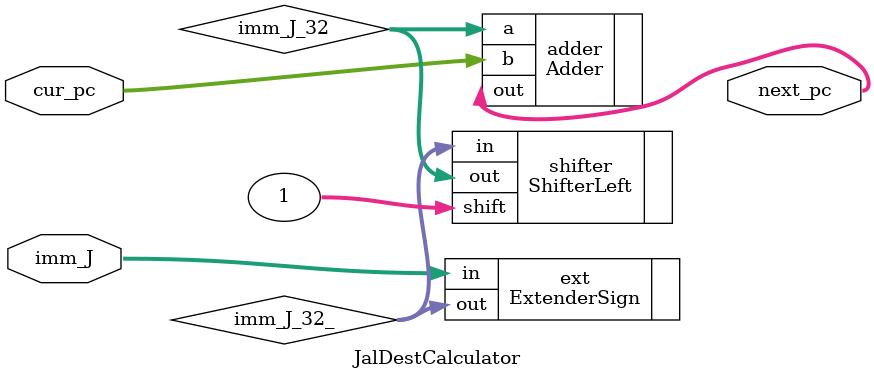
<source format=v>
module JalDestCalculator (
    input [19:0] imm_J,
    input [31:0] cur_pc,
    output [31:0] next_pc
);
    wire [31:0] imm_J_32_, imm_J_32;


    ExtenderSign #(.INPUT_WIDTH(20), .OUTPUT_WIDTH(32)) ext(
        .in     (imm_J),
        .out    (imm_J_32_)
    );

    ShifterLeft #(.WIDTH(32)) shifter(
        .in     (imm_J_32_),
        .shift  ('b0_0001),
        .out    (imm_J_32)
    );

    Adder #(.WIDTH(32)) adder(
        .a(imm_J_32),
        .b(cur_pc),
        .out(next_pc)
    );
    
endmodule
</source>
